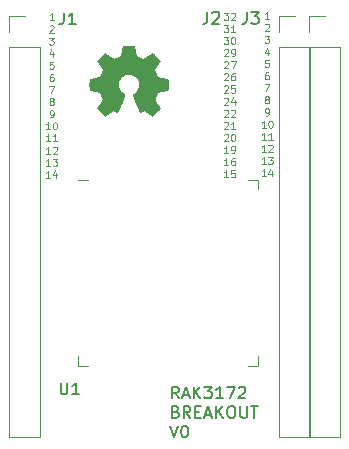
<source format=gbr>
G04 #@! TF.GenerationSoftware,KiCad,Pcbnew,5.1.5+dfsg1-2build2*
G04 #@! TF.CreationDate,2022-03-02T16:10:57-05:00*
G04 #@! TF.ProjectId,RAK3172_BREAKOUT,52414b33-3137-4325-9f42-5245414b4f55,rev?*
G04 #@! TF.SameCoordinates,Original*
G04 #@! TF.FileFunction,Legend,Top*
G04 #@! TF.FilePolarity,Positive*
%FSLAX46Y46*%
G04 Gerber Fmt 4.6, Leading zero omitted, Abs format (unit mm)*
G04 Created by KiCad (PCBNEW 5.1.5+dfsg1-2build2) date 2022-03-02 16:10:57*
%MOMM*%
%LPD*%
G04 APERTURE LIST*
%ADD10C,0.125000*%
%ADD11C,0.150000*%
%ADD12C,0.120000*%
%ADD13C,0.010000*%
G04 APERTURE END LIST*
D10*
X68876605Y-50280848D02*
X69248034Y-50280848D01*
X69048034Y-50509420D01*
X69133748Y-50509420D01*
X69190891Y-50537991D01*
X69219462Y-50566562D01*
X69248034Y-50623705D01*
X69248034Y-50766562D01*
X69219462Y-50823705D01*
X69190891Y-50852277D01*
X69133748Y-50880848D01*
X68962320Y-50880848D01*
X68905177Y-50852277D01*
X68876605Y-50823705D01*
X69476605Y-50337991D02*
X69505177Y-50309420D01*
X69562320Y-50280848D01*
X69705177Y-50280848D01*
X69762320Y-50309420D01*
X69790891Y-50337991D01*
X69819462Y-50395134D01*
X69819462Y-50452277D01*
X69790891Y-50537991D01*
X69448034Y-50880848D01*
X69819462Y-50880848D01*
X68876605Y-51305848D02*
X69248034Y-51305848D01*
X69048034Y-51534420D01*
X69133748Y-51534420D01*
X69190891Y-51562991D01*
X69219462Y-51591562D01*
X69248034Y-51648705D01*
X69248034Y-51791562D01*
X69219462Y-51848705D01*
X69190891Y-51877277D01*
X69133748Y-51905848D01*
X68962320Y-51905848D01*
X68905177Y-51877277D01*
X68876605Y-51848705D01*
X69819462Y-51905848D02*
X69476605Y-51905848D01*
X69648034Y-51905848D02*
X69648034Y-51305848D01*
X69590891Y-51391562D01*
X69533748Y-51448705D01*
X69476605Y-51477277D01*
X68876605Y-52330848D02*
X69248034Y-52330848D01*
X69048034Y-52559420D01*
X69133748Y-52559420D01*
X69190891Y-52587991D01*
X69219462Y-52616562D01*
X69248034Y-52673705D01*
X69248034Y-52816562D01*
X69219462Y-52873705D01*
X69190891Y-52902277D01*
X69133748Y-52930848D01*
X68962320Y-52930848D01*
X68905177Y-52902277D01*
X68876605Y-52873705D01*
X69619462Y-52330848D02*
X69676605Y-52330848D01*
X69733748Y-52359420D01*
X69762320Y-52387991D01*
X69790891Y-52445134D01*
X69819462Y-52559420D01*
X69819462Y-52702277D01*
X69790891Y-52816562D01*
X69762320Y-52873705D01*
X69733748Y-52902277D01*
X69676605Y-52930848D01*
X69619462Y-52930848D01*
X69562320Y-52902277D01*
X69533748Y-52873705D01*
X69505177Y-52816562D01*
X69476605Y-52702277D01*
X69476605Y-52559420D01*
X69505177Y-52445134D01*
X69533748Y-52387991D01*
X69562320Y-52359420D01*
X69619462Y-52330848D01*
X68905177Y-53412991D02*
X68933748Y-53384420D01*
X68990891Y-53355848D01*
X69133748Y-53355848D01*
X69190891Y-53384420D01*
X69219462Y-53412991D01*
X69248034Y-53470134D01*
X69248034Y-53527277D01*
X69219462Y-53612991D01*
X68876605Y-53955848D01*
X69248034Y-53955848D01*
X69533748Y-53955848D02*
X69648034Y-53955848D01*
X69705177Y-53927277D01*
X69733748Y-53898705D01*
X69790891Y-53812991D01*
X69819462Y-53698705D01*
X69819462Y-53470134D01*
X69790891Y-53412991D01*
X69762320Y-53384420D01*
X69705177Y-53355848D01*
X69590891Y-53355848D01*
X69533748Y-53384420D01*
X69505177Y-53412991D01*
X69476605Y-53470134D01*
X69476605Y-53612991D01*
X69505177Y-53670134D01*
X69533748Y-53698705D01*
X69590891Y-53727277D01*
X69705177Y-53727277D01*
X69762320Y-53698705D01*
X69790891Y-53670134D01*
X69819462Y-53612991D01*
X68905177Y-54437991D02*
X68933748Y-54409420D01*
X68990891Y-54380848D01*
X69133748Y-54380848D01*
X69190891Y-54409420D01*
X69219462Y-54437991D01*
X69248034Y-54495134D01*
X69248034Y-54552277D01*
X69219462Y-54637991D01*
X68876605Y-54980848D01*
X69248034Y-54980848D01*
X69448034Y-54380848D02*
X69848034Y-54380848D01*
X69590891Y-54980848D01*
X68905177Y-55462991D02*
X68933748Y-55434420D01*
X68990891Y-55405848D01*
X69133748Y-55405848D01*
X69190891Y-55434420D01*
X69219462Y-55462991D01*
X69248034Y-55520134D01*
X69248034Y-55577277D01*
X69219462Y-55662991D01*
X68876605Y-56005848D01*
X69248034Y-56005848D01*
X69762320Y-55405848D02*
X69648034Y-55405848D01*
X69590891Y-55434420D01*
X69562320Y-55462991D01*
X69505177Y-55548705D01*
X69476605Y-55662991D01*
X69476605Y-55891562D01*
X69505177Y-55948705D01*
X69533748Y-55977277D01*
X69590891Y-56005848D01*
X69705177Y-56005848D01*
X69762320Y-55977277D01*
X69790891Y-55948705D01*
X69819462Y-55891562D01*
X69819462Y-55748705D01*
X69790891Y-55691562D01*
X69762320Y-55662991D01*
X69705177Y-55634420D01*
X69590891Y-55634420D01*
X69533748Y-55662991D01*
X69505177Y-55691562D01*
X69476605Y-55748705D01*
X68905177Y-56487991D02*
X68933748Y-56459420D01*
X68990891Y-56430848D01*
X69133748Y-56430848D01*
X69190891Y-56459420D01*
X69219462Y-56487991D01*
X69248034Y-56545134D01*
X69248034Y-56602277D01*
X69219462Y-56687991D01*
X68876605Y-57030848D01*
X69248034Y-57030848D01*
X69790891Y-56430848D02*
X69505177Y-56430848D01*
X69476605Y-56716562D01*
X69505177Y-56687991D01*
X69562320Y-56659420D01*
X69705177Y-56659420D01*
X69762320Y-56687991D01*
X69790891Y-56716562D01*
X69819462Y-56773705D01*
X69819462Y-56916562D01*
X69790891Y-56973705D01*
X69762320Y-57002277D01*
X69705177Y-57030848D01*
X69562320Y-57030848D01*
X69505177Y-57002277D01*
X69476605Y-56973705D01*
X68905177Y-57512991D02*
X68933748Y-57484420D01*
X68990891Y-57455848D01*
X69133748Y-57455848D01*
X69190891Y-57484420D01*
X69219462Y-57512991D01*
X69248034Y-57570134D01*
X69248034Y-57627277D01*
X69219462Y-57712991D01*
X68876605Y-58055848D01*
X69248034Y-58055848D01*
X69762320Y-57655848D02*
X69762320Y-58055848D01*
X69619462Y-57427277D02*
X69476605Y-57855848D01*
X69848034Y-57855848D01*
X68905177Y-58537991D02*
X68933748Y-58509420D01*
X68990891Y-58480848D01*
X69133748Y-58480848D01*
X69190891Y-58509420D01*
X69219462Y-58537991D01*
X69248034Y-58595134D01*
X69248034Y-58652277D01*
X69219462Y-58737991D01*
X68876605Y-59080848D01*
X69248034Y-59080848D01*
X69476605Y-58537991D02*
X69505177Y-58509420D01*
X69562320Y-58480848D01*
X69705177Y-58480848D01*
X69762320Y-58509420D01*
X69790891Y-58537991D01*
X69819462Y-58595134D01*
X69819462Y-58652277D01*
X69790891Y-58737991D01*
X69448034Y-59080848D01*
X69819462Y-59080848D01*
X68905177Y-59562991D02*
X68933748Y-59534420D01*
X68990891Y-59505848D01*
X69133748Y-59505848D01*
X69190891Y-59534420D01*
X69219462Y-59562991D01*
X69248034Y-59620134D01*
X69248034Y-59677277D01*
X69219462Y-59762991D01*
X68876605Y-60105848D01*
X69248034Y-60105848D01*
X69819462Y-60105848D02*
X69476605Y-60105848D01*
X69648034Y-60105848D02*
X69648034Y-59505848D01*
X69590891Y-59591562D01*
X69533748Y-59648705D01*
X69476605Y-59677277D01*
X68905177Y-60587991D02*
X68933748Y-60559420D01*
X68990891Y-60530848D01*
X69133748Y-60530848D01*
X69190891Y-60559420D01*
X69219462Y-60587991D01*
X69248034Y-60645134D01*
X69248034Y-60702277D01*
X69219462Y-60787991D01*
X68876605Y-61130848D01*
X69248034Y-61130848D01*
X69619462Y-60530848D02*
X69676605Y-60530848D01*
X69733748Y-60559420D01*
X69762320Y-60587991D01*
X69790891Y-60645134D01*
X69819462Y-60759420D01*
X69819462Y-60902277D01*
X69790891Y-61016562D01*
X69762320Y-61073705D01*
X69733748Y-61102277D01*
X69676605Y-61130848D01*
X69619462Y-61130848D01*
X69562320Y-61102277D01*
X69533748Y-61073705D01*
X69505177Y-61016562D01*
X69476605Y-60902277D01*
X69476605Y-60759420D01*
X69505177Y-60645134D01*
X69533748Y-60587991D01*
X69562320Y-60559420D01*
X69619462Y-60530848D01*
X69248034Y-62155848D02*
X68905177Y-62155848D01*
X69076605Y-62155848D02*
X69076605Y-61555848D01*
X69019462Y-61641562D01*
X68962320Y-61698705D01*
X68905177Y-61727277D01*
X69533748Y-62155848D02*
X69648034Y-62155848D01*
X69705177Y-62127277D01*
X69733748Y-62098705D01*
X69790891Y-62012991D01*
X69819462Y-61898705D01*
X69819462Y-61670134D01*
X69790891Y-61612991D01*
X69762320Y-61584420D01*
X69705177Y-61555848D01*
X69590891Y-61555848D01*
X69533748Y-61584420D01*
X69505177Y-61612991D01*
X69476605Y-61670134D01*
X69476605Y-61812991D01*
X69505177Y-61870134D01*
X69533748Y-61898705D01*
X69590891Y-61927277D01*
X69705177Y-61927277D01*
X69762320Y-61898705D01*
X69790891Y-61870134D01*
X69819462Y-61812991D01*
X69248034Y-63180848D02*
X68905177Y-63180848D01*
X69076605Y-63180848D02*
X69076605Y-62580848D01*
X69019462Y-62666562D01*
X68962320Y-62723705D01*
X68905177Y-62752277D01*
X69762320Y-62580848D02*
X69648034Y-62580848D01*
X69590891Y-62609420D01*
X69562320Y-62637991D01*
X69505177Y-62723705D01*
X69476605Y-62837991D01*
X69476605Y-63066562D01*
X69505177Y-63123705D01*
X69533748Y-63152277D01*
X69590891Y-63180848D01*
X69705177Y-63180848D01*
X69762320Y-63152277D01*
X69790891Y-63123705D01*
X69819462Y-63066562D01*
X69819462Y-62923705D01*
X69790891Y-62866562D01*
X69762320Y-62837991D01*
X69705177Y-62809420D01*
X69590891Y-62809420D01*
X69533748Y-62837991D01*
X69505177Y-62866562D01*
X69476605Y-62923705D01*
X69248034Y-64205848D02*
X68905177Y-64205848D01*
X69076605Y-64205848D02*
X69076605Y-63605848D01*
X69019462Y-63691562D01*
X68962320Y-63748705D01*
X68905177Y-63777277D01*
X69790891Y-63605848D02*
X69505177Y-63605848D01*
X69476605Y-63891562D01*
X69505177Y-63862991D01*
X69562320Y-63834420D01*
X69705177Y-63834420D01*
X69762320Y-63862991D01*
X69790891Y-63891562D01*
X69819462Y-63948705D01*
X69819462Y-64091562D01*
X69790891Y-64148705D01*
X69762320Y-64177277D01*
X69705177Y-64205848D01*
X69562320Y-64205848D01*
X69505177Y-64177277D01*
X69476605Y-64148705D01*
X54446148Y-50926568D02*
X54103291Y-50926568D01*
X54274720Y-50926568D02*
X54274720Y-50326568D01*
X54217577Y-50412282D01*
X54160434Y-50469425D01*
X54103291Y-50497997D01*
X54103291Y-51408711D02*
X54131862Y-51380140D01*
X54189005Y-51351568D01*
X54331862Y-51351568D01*
X54389005Y-51380140D01*
X54417577Y-51408711D01*
X54446148Y-51465854D01*
X54446148Y-51522997D01*
X54417577Y-51608711D01*
X54074720Y-51951568D01*
X54446148Y-51951568D01*
X54074720Y-52376568D02*
X54446148Y-52376568D01*
X54246148Y-52605140D01*
X54331862Y-52605140D01*
X54389005Y-52633711D01*
X54417577Y-52662282D01*
X54446148Y-52719425D01*
X54446148Y-52862282D01*
X54417577Y-52919425D01*
X54389005Y-52947997D01*
X54331862Y-52976568D01*
X54160434Y-52976568D01*
X54103291Y-52947997D01*
X54074720Y-52919425D01*
X54389005Y-53601568D02*
X54389005Y-54001568D01*
X54246148Y-53372997D02*
X54103291Y-53801568D01*
X54474720Y-53801568D01*
X54417577Y-54426568D02*
X54131862Y-54426568D01*
X54103291Y-54712282D01*
X54131862Y-54683711D01*
X54189005Y-54655140D01*
X54331862Y-54655140D01*
X54389005Y-54683711D01*
X54417577Y-54712282D01*
X54446148Y-54769425D01*
X54446148Y-54912282D01*
X54417577Y-54969425D01*
X54389005Y-54997997D01*
X54331862Y-55026568D01*
X54189005Y-55026568D01*
X54131862Y-54997997D01*
X54103291Y-54969425D01*
X54389005Y-55451568D02*
X54274720Y-55451568D01*
X54217577Y-55480140D01*
X54189005Y-55508711D01*
X54131862Y-55594425D01*
X54103291Y-55708711D01*
X54103291Y-55937282D01*
X54131862Y-55994425D01*
X54160434Y-56022997D01*
X54217577Y-56051568D01*
X54331862Y-56051568D01*
X54389005Y-56022997D01*
X54417577Y-55994425D01*
X54446148Y-55937282D01*
X54446148Y-55794425D01*
X54417577Y-55737282D01*
X54389005Y-55708711D01*
X54331862Y-55680140D01*
X54217577Y-55680140D01*
X54160434Y-55708711D01*
X54131862Y-55737282D01*
X54103291Y-55794425D01*
X54074720Y-56476568D02*
X54474720Y-56476568D01*
X54217577Y-57076568D01*
X54217577Y-57758711D02*
X54160434Y-57730140D01*
X54131862Y-57701568D01*
X54103291Y-57644425D01*
X54103291Y-57615854D01*
X54131862Y-57558711D01*
X54160434Y-57530140D01*
X54217577Y-57501568D01*
X54331862Y-57501568D01*
X54389005Y-57530140D01*
X54417577Y-57558711D01*
X54446148Y-57615854D01*
X54446148Y-57644425D01*
X54417577Y-57701568D01*
X54389005Y-57730140D01*
X54331862Y-57758711D01*
X54217577Y-57758711D01*
X54160434Y-57787282D01*
X54131862Y-57815854D01*
X54103291Y-57872997D01*
X54103291Y-57987282D01*
X54131862Y-58044425D01*
X54160434Y-58072997D01*
X54217577Y-58101568D01*
X54331862Y-58101568D01*
X54389005Y-58072997D01*
X54417577Y-58044425D01*
X54446148Y-57987282D01*
X54446148Y-57872997D01*
X54417577Y-57815854D01*
X54389005Y-57787282D01*
X54331862Y-57758711D01*
X54160434Y-59126568D02*
X54274720Y-59126568D01*
X54331862Y-59097997D01*
X54360434Y-59069425D01*
X54417577Y-58983711D01*
X54446148Y-58869425D01*
X54446148Y-58640854D01*
X54417577Y-58583711D01*
X54389005Y-58555140D01*
X54331862Y-58526568D01*
X54217577Y-58526568D01*
X54160434Y-58555140D01*
X54131862Y-58583711D01*
X54103291Y-58640854D01*
X54103291Y-58783711D01*
X54131862Y-58840854D01*
X54160434Y-58869425D01*
X54217577Y-58897997D01*
X54331862Y-58897997D01*
X54389005Y-58869425D01*
X54417577Y-58840854D01*
X54446148Y-58783711D01*
X54160434Y-60151568D02*
X53817577Y-60151568D01*
X53989005Y-60151568D02*
X53989005Y-59551568D01*
X53931862Y-59637282D01*
X53874720Y-59694425D01*
X53817577Y-59722997D01*
X54531862Y-59551568D02*
X54589005Y-59551568D01*
X54646148Y-59580140D01*
X54674720Y-59608711D01*
X54703291Y-59665854D01*
X54731862Y-59780140D01*
X54731862Y-59922997D01*
X54703291Y-60037282D01*
X54674720Y-60094425D01*
X54646148Y-60122997D01*
X54589005Y-60151568D01*
X54531862Y-60151568D01*
X54474720Y-60122997D01*
X54446148Y-60094425D01*
X54417577Y-60037282D01*
X54389005Y-59922997D01*
X54389005Y-59780140D01*
X54417577Y-59665854D01*
X54446148Y-59608711D01*
X54474720Y-59580140D01*
X54531862Y-59551568D01*
X54160434Y-61176568D02*
X53817577Y-61176568D01*
X53989005Y-61176568D02*
X53989005Y-60576568D01*
X53931862Y-60662282D01*
X53874720Y-60719425D01*
X53817577Y-60747997D01*
X54731862Y-61176568D02*
X54389005Y-61176568D01*
X54560434Y-61176568D02*
X54560434Y-60576568D01*
X54503291Y-60662282D01*
X54446148Y-60719425D01*
X54389005Y-60747997D01*
X54160434Y-62201568D02*
X53817577Y-62201568D01*
X53989005Y-62201568D02*
X53989005Y-61601568D01*
X53931862Y-61687282D01*
X53874720Y-61744425D01*
X53817577Y-61772997D01*
X54389005Y-61658711D02*
X54417577Y-61630140D01*
X54474720Y-61601568D01*
X54617577Y-61601568D01*
X54674720Y-61630140D01*
X54703291Y-61658711D01*
X54731862Y-61715854D01*
X54731862Y-61772997D01*
X54703291Y-61858711D01*
X54360434Y-62201568D01*
X54731862Y-62201568D01*
X54160434Y-63226568D02*
X53817577Y-63226568D01*
X53989005Y-63226568D02*
X53989005Y-62626568D01*
X53931862Y-62712282D01*
X53874720Y-62769425D01*
X53817577Y-62797997D01*
X54360434Y-62626568D02*
X54731862Y-62626568D01*
X54531862Y-62855140D01*
X54617577Y-62855140D01*
X54674720Y-62883711D01*
X54703291Y-62912282D01*
X54731862Y-62969425D01*
X54731862Y-63112282D01*
X54703291Y-63169425D01*
X54674720Y-63197997D01*
X54617577Y-63226568D01*
X54446148Y-63226568D01*
X54389005Y-63197997D01*
X54360434Y-63169425D01*
X54160434Y-64251568D02*
X53817577Y-64251568D01*
X53989005Y-64251568D02*
X53989005Y-63651568D01*
X53931862Y-63737282D01*
X53874720Y-63794425D01*
X53817577Y-63822997D01*
X54674720Y-63851568D02*
X54674720Y-64251568D01*
X54531862Y-63622997D02*
X54389005Y-64051568D01*
X54760434Y-64051568D01*
X72693508Y-50779248D02*
X72350651Y-50779248D01*
X72522080Y-50779248D02*
X72522080Y-50179248D01*
X72464937Y-50264962D01*
X72407794Y-50322105D01*
X72350651Y-50350677D01*
X72350651Y-51261391D02*
X72379222Y-51232820D01*
X72436365Y-51204248D01*
X72579222Y-51204248D01*
X72636365Y-51232820D01*
X72664937Y-51261391D01*
X72693508Y-51318534D01*
X72693508Y-51375677D01*
X72664937Y-51461391D01*
X72322080Y-51804248D01*
X72693508Y-51804248D01*
X72322080Y-52229248D02*
X72693508Y-52229248D01*
X72493508Y-52457820D01*
X72579222Y-52457820D01*
X72636365Y-52486391D01*
X72664937Y-52514962D01*
X72693508Y-52572105D01*
X72693508Y-52714962D01*
X72664937Y-52772105D01*
X72636365Y-52800677D01*
X72579222Y-52829248D01*
X72407794Y-52829248D01*
X72350651Y-52800677D01*
X72322080Y-52772105D01*
X72636365Y-53454248D02*
X72636365Y-53854248D01*
X72493508Y-53225677D02*
X72350651Y-53654248D01*
X72722080Y-53654248D01*
X72664937Y-54279248D02*
X72379222Y-54279248D01*
X72350651Y-54564962D01*
X72379222Y-54536391D01*
X72436365Y-54507820D01*
X72579222Y-54507820D01*
X72636365Y-54536391D01*
X72664937Y-54564962D01*
X72693508Y-54622105D01*
X72693508Y-54764962D01*
X72664937Y-54822105D01*
X72636365Y-54850677D01*
X72579222Y-54879248D01*
X72436365Y-54879248D01*
X72379222Y-54850677D01*
X72350651Y-54822105D01*
X72636365Y-55304248D02*
X72522080Y-55304248D01*
X72464937Y-55332820D01*
X72436365Y-55361391D01*
X72379222Y-55447105D01*
X72350651Y-55561391D01*
X72350651Y-55789962D01*
X72379222Y-55847105D01*
X72407794Y-55875677D01*
X72464937Y-55904248D01*
X72579222Y-55904248D01*
X72636365Y-55875677D01*
X72664937Y-55847105D01*
X72693508Y-55789962D01*
X72693508Y-55647105D01*
X72664937Y-55589962D01*
X72636365Y-55561391D01*
X72579222Y-55532820D01*
X72464937Y-55532820D01*
X72407794Y-55561391D01*
X72379222Y-55589962D01*
X72350651Y-55647105D01*
X72322080Y-56329248D02*
X72722080Y-56329248D01*
X72464937Y-56929248D01*
X72464937Y-57611391D02*
X72407794Y-57582820D01*
X72379222Y-57554248D01*
X72350651Y-57497105D01*
X72350651Y-57468534D01*
X72379222Y-57411391D01*
X72407794Y-57382820D01*
X72464937Y-57354248D01*
X72579222Y-57354248D01*
X72636365Y-57382820D01*
X72664937Y-57411391D01*
X72693508Y-57468534D01*
X72693508Y-57497105D01*
X72664937Y-57554248D01*
X72636365Y-57582820D01*
X72579222Y-57611391D01*
X72464937Y-57611391D01*
X72407794Y-57639962D01*
X72379222Y-57668534D01*
X72350651Y-57725677D01*
X72350651Y-57839962D01*
X72379222Y-57897105D01*
X72407794Y-57925677D01*
X72464937Y-57954248D01*
X72579222Y-57954248D01*
X72636365Y-57925677D01*
X72664937Y-57897105D01*
X72693508Y-57839962D01*
X72693508Y-57725677D01*
X72664937Y-57668534D01*
X72636365Y-57639962D01*
X72579222Y-57611391D01*
X72407794Y-58979248D02*
X72522080Y-58979248D01*
X72579222Y-58950677D01*
X72607794Y-58922105D01*
X72664937Y-58836391D01*
X72693508Y-58722105D01*
X72693508Y-58493534D01*
X72664937Y-58436391D01*
X72636365Y-58407820D01*
X72579222Y-58379248D01*
X72464937Y-58379248D01*
X72407794Y-58407820D01*
X72379222Y-58436391D01*
X72350651Y-58493534D01*
X72350651Y-58636391D01*
X72379222Y-58693534D01*
X72407794Y-58722105D01*
X72464937Y-58750677D01*
X72579222Y-58750677D01*
X72636365Y-58722105D01*
X72664937Y-58693534D01*
X72693508Y-58636391D01*
X72407794Y-60004248D02*
X72064937Y-60004248D01*
X72236365Y-60004248D02*
X72236365Y-59404248D01*
X72179222Y-59489962D01*
X72122080Y-59547105D01*
X72064937Y-59575677D01*
X72779222Y-59404248D02*
X72836365Y-59404248D01*
X72893508Y-59432820D01*
X72922080Y-59461391D01*
X72950651Y-59518534D01*
X72979222Y-59632820D01*
X72979222Y-59775677D01*
X72950651Y-59889962D01*
X72922080Y-59947105D01*
X72893508Y-59975677D01*
X72836365Y-60004248D01*
X72779222Y-60004248D01*
X72722080Y-59975677D01*
X72693508Y-59947105D01*
X72664937Y-59889962D01*
X72636365Y-59775677D01*
X72636365Y-59632820D01*
X72664937Y-59518534D01*
X72693508Y-59461391D01*
X72722080Y-59432820D01*
X72779222Y-59404248D01*
X72407794Y-61029248D02*
X72064937Y-61029248D01*
X72236365Y-61029248D02*
X72236365Y-60429248D01*
X72179222Y-60514962D01*
X72122080Y-60572105D01*
X72064937Y-60600677D01*
X72979222Y-61029248D02*
X72636365Y-61029248D01*
X72807794Y-61029248D02*
X72807794Y-60429248D01*
X72750651Y-60514962D01*
X72693508Y-60572105D01*
X72636365Y-60600677D01*
X72407794Y-62054248D02*
X72064937Y-62054248D01*
X72236365Y-62054248D02*
X72236365Y-61454248D01*
X72179222Y-61539962D01*
X72122080Y-61597105D01*
X72064937Y-61625677D01*
X72636365Y-61511391D02*
X72664937Y-61482820D01*
X72722080Y-61454248D01*
X72864937Y-61454248D01*
X72922080Y-61482820D01*
X72950651Y-61511391D01*
X72979222Y-61568534D01*
X72979222Y-61625677D01*
X72950651Y-61711391D01*
X72607794Y-62054248D01*
X72979222Y-62054248D01*
X72407794Y-63079248D02*
X72064937Y-63079248D01*
X72236365Y-63079248D02*
X72236365Y-62479248D01*
X72179222Y-62564962D01*
X72122080Y-62622105D01*
X72064937Y-62650677D01*
X72607794Y-62479248D02*
X72979222Y-62479248D01*
X72779222Y-62707820D01*
X72864937Y-62707820D01*
X72922080Y-62736391D01*
X72950651Y-62764962D01*
X72979222Y-62822105D01*
X72979222Y-62964962D01*
X72950651Y-63022105D01*
X72922080Y-63050677D01*
X72864937Y-63079248D01*
X72693508Y-63079248D01*
X72636365Y-63050677D01*
X72607794Y-63022105D01*
X72407794Y-64104248D02*
X72064937Y-64104248D01*
X72236365Y-64104248D02*
X72236365Y-63504248D01*
X72179222Y-63589962D01*
X72122080Y-63647105D01*
X72064937Y-63675677D01*
X72922080Y-63704248D02*
X72922080Y-64104248D01*
X72779222Y-63475677D02*
X72636365Y-63904248D01*
X73007794Y-63904248D01*
D11*
X65021703Y-82932260D02*
X64688370Y-82456070D01*
X64450275Y-82932260D02*
X64450275Y-81932260D01*
X64831227Y-81932260D01*
X64926465Y-81979880D01*
X64974084Y-82027499D01*
X65021703Y-82122737D01*
X65021703Y-82265594D01*
X64974084Y-82360832D01*
X64926465Y-82408451D01*
X64831227Y-82456070D01*
X64450275Y-82456070D01*
X65402656Y-82646546D02*
X65878846Y-82646546D01*
X65307418Y-82932260D02*
X65640751Y-81932260D01*
X65974084Y-82932260D01*
X66307418Y-82932260D02*
X66307418Y-81932260D01*
X66878846Y-82932260D02*
X66450275Y-82360832D01*
X66878846Y-81932260D02*
X66307418Y-82503689D01*
X67212180Y-81932260D02*
X67831227Y-81932260D01*
X67497894Y-82313213D01*
X67640751Y-82313213D01*
X67735989Y-82360832D01*
X67783608Y-82408451D01*
X67831227Y-82503689D01*
X67831227Y-82741784D01*
X67783608Y-82837022D01*
X67735989Y-82884641D01*
X67640751Y-82932260D01*
X67355037Y-82932260D01*
X67259799Y-82884641D01*
X67212180Y-82837022D01*
X68783608Y-82932260D02*
X68212180Y-82932260D01*
X68497894Y-82932260D02*
X68497894Y-81932260D01*
X68402656Y-82075118D01*
X68307418Y-82170356D01*
X68212180Y-82217975D01*
X69116941Y-81932260D02*
X69783608Y-81932260D01*
X69355037Y-82932260D01*
X70116941Y-82027499D02*
X70164560Y-81979880D01*
X70259799Y-81932260D01*
X70497894Y-81932260D01*
X70593132Y-81979880D01*
X70640751Y-82027499D01*
X70688370Y-82122737D01*
X70688370Y-82217975D01*
X70640751Y-82360832D01*
X70069322Y-82932260D01*
X70688370Y-82932260D01*
X64783608Y-84058451D02*
X64926465Y-84106070D01*
X64974084Y-84153689D01*
X65021703Y-84248927D01*
X65021703Y-84391784D01*
X64974084Y-84487022D01*
X64926465Y-84534641D01*
X64831227Y-84582260D01*
X64450275Y-84582260D01*
X64450275Y-83582260D01*
X64783608Y-83582260D01*
X64878846Y-83629880D01*
X64926465Y-83677499D01*
X64974084Y-83772737D01*
X64974084Y-83867975D01*
X64926465Y-83963213D01*
X64878846Y-84010832D01*
X64783608Y-84058451D01*
X64450275Y-84058451D01*
X66021703Y-84582260D02*
X65688370Y-84106070D01*
X65450275Y-84582260D02*
X65450275Y-83582260D01*
X65831227Y-83582260D01*
X65926465Y-83629880D01*
X65974084Y-83677499D01*
X66021703Y-83772737D01*
X66021703Y-83915594D01*
X65974084Y-84010832D01*
X65926465Y-84058451D01*
X65831227Y-84106070D01*
X65450275Y-84106070D01*
X66450275Y-84058451D02*
X66783608Y-84058451D01*
X66926465Y-84582260D02*
X66450275Y-84582260D01*
X66450275Y-83582260D01*
X66926465Y-83582260D01*
X67307418Y-84296546D02*
X67783608Y-84296546D01*
X67212180Y-84582260D02*
X67545513Y-83582260D01*
X67878846Y-84582260D01*
X68212180Y-84582260D02*
X68212180Y-83582260D01*
X68783608Y-84582260D02*
X68355037Y-84010832D01*
X68783608Y-83582260D02*
X68212180Y-84153689D01*
X69402656Y-83582260D02*
X69593132Y-83582260D01*
X69688370Y-83629880D01*
X69783608Y-83725118D01*
X69831227Y-83915594D01*
X69831227Y-84248927D01*
X69783608Y-84439403D01*
X69688370Y-84534641D01*
X69593132Y-84582260D01*
X69402656Y-84582260D01*
X69307418Y-84534641D01*
X69212180Y-84439403D01*
X69164560Y-84248927D01*
X69164560Y-83915594D01*
X69212180Y-83725118D01*
X69307418Y-83629880D01*
X69402656Y-83582260D01*
X70259799Y-83582260D02*
X70259799Y-84391784D01*
X70307418Y-84487022D01*
X70355037Y-84534641D01*
X70450275Y-84582260D01*
X70640751Y-84582260D01*
X70735989Y-84534641D01*
X70783608Y-84487022D01*
X70831227Y-84391784D01*
X70831227Y-83582260D01*
X71164560Y-83582260D02*
X71735989Y-83582260D01*
X71450275Y-84582260D02*
X71450275Y-83582260D01*
X64307418Y-85232260D02*
X64640751Y-86232260D01*
X64974084Y-85232260D01*
X65497894Y-85232260D02*
X65593132Y-85232260D01*
X65688370Y-85279880D01*
X65735989Y-85327499D01*
X65783608Y-85422737D01*
X65831227Y-85613213D01*
X65831227Y-85851308D01*
X65783608Y-86041784D01*
X65735989Y-86137022D01*
X65688370Y-86184641D01*
X65593132Y-86232260D01*
X65497894Y-86232260D01*
X65402656Y-86184641D01*
X65355037Y-86137022D01*
X65307418Y-86041784D01*
X65259799Y-85851308D01*
X65259799Y-85613213D01*
X65307418Y-85422737D01*
X65355037Y-85327499D01*
X65402656Y-85279880D01*
X65497894Y-85232260D01*
D12*
X56510000Y-64410000D02*
X57330000Y-64410000D01*
X71750000Y-65230000D02*
X71750000Y-64410000D01*
X71750000Y-64410000D02*
X70930000Y-64410000D01*
X56510000Y-79330000D02*
X56510000Y-80150000D01*
X57330000Y-80150000D02*
X56510000Y-80150000D01*
X71750000Y-79330000D02*
X71750000Y-80150000D01*
X70930000Y-80150000D02*
X71750000Y-80150000D01*
X76070000Y-50540000D02*
X77400000Y-50540000D01*
X76070000Y-51870000D02*
X76070000Y-50540000D01*
X76070000Y-53140000D02*
X78730000Y-53140000D01*
X78730000Y-53140000D02*
X78730000Y-86220000D01*
X76070000Y-53140000D02*
X76070000Y-86220000D01*
X76070000Y-86220000D02*
X78730000Y-86220000D01*
X73530000Y-50540000D02*
X74860000Y-50540000D01*
X73530000Y-51870000D02*
X73530000Y-50540000D01*
X73530000Y-53140000D02*
X76190000Y-53140000D01*
X76190000Y-53140000D02*
X76190000Y-86220000D01*
X73530000Y-53140000D02*
X73530000Y-86220000D01*
X73530000Y-86220000D02*
X76190000Y-86220000D01*
X50670000Y-50540000D02*
X52000000Y-50540000D01*
X50670000Y-51870000D02*
X50670000Y-50540000D01*
X50670000Y-53140000D02*
X53330000Y-53140000D01*
X53330000Y-53140000D02*
X53330000Y-86220000D01*
X50670000Y-53140000D02*
X50670000Y-86220000D01*
X50670000Y-86220000D02*
X53330000Y-86220000D01*
D13*
G36*
X61338014Y-53506411D02*
G01*
X61421835Y-53951035D01*
X61731120Y-54078533D01*
X62040406Y-54206031D01*
X62411446Y-53953726D01*
X62515357Y-53883476D01*
X62609287Y-53820752D01*
X62688852Y-53768418D01*
X62749670Y-53729337D01*
X62787357Y-53706373D01*
X62797621Y-53701422D01*
X62816110Y-53714156D01*
X62855620Y-53749362D01*
X62911722Y-53802542D01*
X62979987Y-53869198D01*
X63055986Y-53944834D01*
X63135292Y-54024952D01*
X63213475Y-54105054D01*
X63286107Y-54180644D01*
X63348759Y-54247225D01*
X63397003Y-54300298D01*
X63426410Y-54335367D01*
X63433441Y-54347103D01*
X63423323Y-54368740D01*
X63394959Y-54416142D01*
X63351329Y-54484673D01*
X63295418Y-54569695D01*
X63230206Y-54666573D01*
X63192419Y-54721830D01*
X63123543Y-54822728D01*
X63062340Y-54913779D01*
X63011778Y-54990450D01*
X62974828Y-55048208D01*
X62954458Y-55082523D01*
X62951397Y-55089734D01*
X62958336Y-55110228D01*
X62977251Y-55157993D01*
X63005287Y-55226312D01*
X63039591Y-55308469D01*
X63077309Y-55397750D01*
X63115587Y-55487438D01*
X63151570Y-55570818D01*
X63182406Y-55641174D01*
X63205239Y-55691790D01*
X63217217Y-55715951D01*
X63217924Y-55716902D01*
X63236731Y-55721516D01*
X63286818Y-55731808D01*
X63362993Y-55746767D01*
X63460065Y-55765381D01*
X63572843Y-55786639D01*
X63638642Y-55798898D01*
X63759150Y-55821842D01*
X63867997Y-55843675D01*
X63959676Y-55863202D01*
X64028681Y-55879228D01*
X64069504Y-55890559D01*
X64077711Y-55894154D01*
X64085748Y-55918486D01*
X64092233Y-55973439D01*
X64097170Y-56052588D01*
X64100564Y-56149506D01*
X64102418Y-56257767D01*
X64102738Y-56370945D01*
X64101527Y-56482615D01*
X64098790Y-56586348D01*
X64094531Y-56675721D01*
X64088755Y-56744306D01*
X64081467Y-56785677D01*
X64077095Y-56794290D01*
X64050964Y-56804613D01*
X63995593Y-56819372D01*
X63918307Y-56836832D01*
X63826430Y-56855260D01*
X63794358Y-56861221D01*
X63639724Y-56889546D01*
X63517575Y-56912356D01*
X63423873Y-56930560D01*
X63354584Y-56945063D01*
X63305671Y-56956772D01*
X63273097Y-56966595D01*
X63252828Y-56975436D01*
X63240826Y-56984204D01*
X63239147Y-56985937D01*
X63222384Y-57013851D01*
X63196814Y-57068175D01*
X63164988Y-57142257D01*
X63129460Y-57229445D01*
X63092783Y-57323088D01*
X63057511Y-57416532D01*
X63026196Y-57503127D01*
X63001393Y-57576220D01*
X62985654Y-57629158D01*
X62981532Y-57655291D01*
X62981876Y-57656206D01*
X62995841Y-57677566D01*
X63027522Y-57724564D01*
X63073591Y-57792307D01*
X63130718Y-57875903D01*
X63195573Y-57970462D01*
X63214043Y-57997334D01*
X63279899Y-58094755D01*
X63337850Y-58183643D01*
X63384738Y-58258892D01*
X63417407Y-58315400D01*
X63432700Y-58348061D01*
X63433441Y-58352073D01*
X63420592Y-58373164D01*
X63385088Y-58414944D01*
X63331493Y-58472925D01*
X63264371Y-58542615D01*
X63188287Y-58619525D01*
X63107804Y-58699163D01*
X63027487Y-58777041D01*
X62951899Y-58848666D01*
X62885605Y-58909550D01*
X62833169Y-58955201D01*
X62799155Y-58981130D01*
X62789745Y-58985363D01*
X62767843Y-58975392D01*
X62723000Y-58948500D01*
X62662521Y-58909216D01*
X62615989Y-58877597D01*
X62531675Y-58819578D01*
X62431826Y-58751264D01*
X62331673Y-58683059D01*
X62277827Y-58646555D01*
X62095571Y-58523280D01*
X61942581Y-58606000D01*
X61872882Y-58642239D01*
X61813614Y-58670406D01*
X61773511Y-58686471D01*
X61763303Y-58688706D01*
X61751029Y-58672202D01*
X61726813Y-58625562D01*
X61692463Y-58553089D01*
X61649788Y-58459086D01*
X61600594Y-58347854D01*
X61546690Y-58223695D01*
X61489884Y-58090912D01*
X61431982Y-57953807D01*
X61374793Y-57816682D01*
X61320124Y-57683838D01*
X61269784Y-57559578D01*
X61225580Y-57448205D01*
X61189319Y-57354019D01*
X61162809Y-57281324D01*
X61147858Y-57234421D01*
X61145454Y-57218313D01*
X61164511Y-57197766D01*
X61206236Y-57164413D01*
X61261906Y-57125182D01*
X61266578Y-57122079D01*
X61410464Y-57006903D01*
X61526483Y-56872533D01*
X61613630Y-56723264D01*
X61670899Y-56563393D01*
X61697286Y-56397217D01*
X61691785Y-56229032D01*
X61653390Y-56063135D01*
X61581095Y-55903822D01*
X61559826Y-55868967D01*
X61449196Y-55728217D01*
X61318502Y-55615194D01*
X61172264Y-55530483D01*
X61015008Y-55474674D01*
X60851257Y-55448354D01*
X60685533Y-55452110D01*
X60522362Y-55486530D01*
X60366265Y-55552203D01*
X60221767Y-55649715D01*
X60177069Y-55689293D01*
X60063312Y-55813183D01*
X59980418Y-55943604D01*
X59923556Y-56089795D01*
X59891887Y-56234568D01*
X59884069Y-56397340D01*
X59910138Y-56560920D01*
X59967445Y-56719778D01*
X60053344Y-56868386D01*
X60165186Y-57001215D01*
X60300323Y-57112736D01*
X60318083Y-57124491D01*
X60374350Y-57162988D01*
X60417123Y-57196343D01*
X60437572Y-57217640D01*
X60437869Y-57218313D01*
X60433479Y-57241351D01*
X60416076Y-57293637D01*
X60387468Y-57370870D01*
X60349465Y-57468748D01*
X60303874Y-57582971D01*
X60252503Y-57709238D01*
X60197162Y-57843247D01*
X60139658Y-57980698D01*
X60081801Y-58117288D01*
X60025398Y-58248717D01*
X59972258Y-58370685D01*
X59924190Y-58478889D01*
X59883001Y-58569029D01*
X59850501Y-58636803D01*
X59828497Y-58677910D01*
X59819636Y-58688706D01*
X59792560Y-58680299D01*
X59741897Y-58657752D01*
X59676383Y-58625093D01*
X59640359Y-58606000D01*
X59487368Y-58523280D01*
X59305112Y-58646555D01*
X59212075Y-58709708D01*
X59110215Y-58779207D01*
X59014762Y-58844645D01*
X58966950Y-58877597D01*
X58899705Y-58922753D01*
X58842764Y-58958537D01*
X58803554Y-58980418D01*
X58790819Y-58985043D01*
X58772283Y-58972565D01*
X58731259Y-58937732D01*
X58671725Y-58884158D01*
X58597658Y-58815463D01*
X58513035Y-58735261D01*
X58459515Y-58683766D01*
X58365881Y-58591766D01*
X58284959Y-58509479D01*
X58220023Y-58440425D01*
X58174342Y-58388124D01*
X58151189Y-58356096D01*
X58148968Y-58349596D01*
X58159276Y-58324874D01*
X58187761Y-58274885D01*
X58231263Y-58204692D01*
X58286623Y-58119355D01*
X58350680Y-58023936D01*
X58368897Y-57997334D01*
X58435273Y-57900647D01*
X58494822Y-57813597D01*
X58544216Y-57741075D01*
X58580125Y-57687973D01*
X58599219Y-57659183D01*
X58601064Y-57656206D01*
X58598305Y-57633262D01*
X58583662Y-57582816D01*
X58559687Y-57511521D01*
X58528934Y-57426027D01*
X58493956Y-57332987D01*
X58457307Y-57239054D01*
X58421539Y-57150879D01*
X58389206Y-57075114D01*
X58362862Y-57018411D01*
X58345058Y-56987423D01*
X58343793Y-56985937D01*
X58332906Y-56977081D01*
X58314518Y-56968323D01*
X58284594Y-56958757D01*
X58239097Y-56947476D01*
X58173991Y-56933573D01*
X58085239Y-56916143D01*
X57968807Y-56894278D01*
X57820658Y-56867071D01*
X57788582Y-56861221D01*
X57693514Y-56842854D01*
X57610635Y-56824885D01*
X57547270Y-56809049D01*
X57510742Y-56797080D01*
X57505844Y-56794290D01*
X57497773Y-56769552D01*
X57491213Y-56714270D01*
X57486167Y-56634869D01*
X57482641Y-56537776D01*
X57480639Y-56429418D01*
X57480164Y-56316220D01*
X57481223Y-56204608D01*
X57483818Y-56101009D01*
X57487954Y-56011848D01*
X57493637Y-55943552D01*
X57500869Y-55902546D01*
X57505229Y-55894154D01*
X57529502Y-55885688D01*
X57584774Y-55871915D01*
X57665538Y-55854030D01*
X57766288Y-55833228D01*
X57881517Y-55810703D01*
X57944298Y-55798898D01*
X58063413Y-55776631D01*
X58169635Y-55756459D01*
X58257773Y-55739395D01*
X58322634Y-55726449D01*
X58359026Y-55718635D01*
X58365016Y-55716902D01*
X58375139Y-55697370D01*
X58396538Y-55650323D01*
X58426361Y-55582483D01*
X58461755Y-55500571D01*
X58499868Y-55411308D01*
X58537847Y-55321415D01*
X58572840Y-55237615D01*
X58601994Y-55166627D01*
X58622457Y-55115174D01*
X58631377Y-55089977D01*
X58631543Y-55088876D01*
X58621431Y-55068999D01*
X58593083Y-55023257D01*
X58549477Y-54956197D01*
X58493594Y-54872364D01*
X58428413Y-54776306D01*
X58390521Y-54721130D01*
X58321475Y-54619961D01*
X58260150Y-54528110D01*
X58209537Y-54450224D01*
X58172629Y-54390949D01*
X58152418Y-54354931D01*
X58149499Y-54346857D01*
X58162047Y-54328064D01*
X58196737Y-54287937D01*
X58249137Y-54230973D01*
X58314816Y-54161665D01*
X58389344Y-54084511D01*
X58468287Y-54004005D01*
X58547217Y-53924643D01*
X58621700Y-53850920D01*
X58687306Y-53787332D01*
X58739604Y-53738374D01*
X58774161Y-53708541D01*
X58785722Y-53701422D01*
X58804546Y-53711433D01*
X58849569Y-53739558D01*
X58916413Y-53782934D01*
X59000701Y-53838698D01*
X59098056Y-53903986D01*
X59171493Y-53953726D01*
X59542533Y-54206031D01*
X60161105Y-53951035D01*
X60244925Y-53506411D01*
X60328746Y-53061787D01*
X61254194Y-53061787D01*
X61338014Y-53506411D01*
G37*
X61338014Y-53506411D02*
X61421835Y-53951035D01*
X61731120Y-54078533D01*
X62040406Y-54206031D01*
X62411446Y-53953726D01*
X62515357Y-53883476D01*
X62609287Y-53820752D01*
X62688852Y-53768418D01*
X62749670Y-53729337D01*
X62787357Y-53706373D01*
X62797621Y-53701422D01*
X62816110Y-53714156D01*
X62855620Y-53749362D01*
X62911722Y-53802542D01*
X62979987Y-53869198D01*
X63055986Y-53944834D01*
X63135292Y-54024952D01*
X63213475Y-54105054D01*
X63286107Y-54180644D01*
X63348759Y-54247225D01*
X63397003Y-54300298D01*
X63426410Y-54335367D01*
X63433441Y-54347103D01*
X63423323Y-54368740D01*
X63394959Y-54416142D01*
X63351329Y-54484673D01*
X63295418Y-54569695D01*
X63230206Y-54666573D01*
X63192419Y-54721830D01*
X63123543Y-54822728D01*
X63062340Y-54913779D01*
X63011778Y-54990450D01*
X62974828Y-55048208D01*
X62954458Y-55082523D01*
X62951397Y-55089734D01*
X62958336Y-55110228D01*
X62977251Y-55157993D01*
X63005287Y-55226312D01*
X63039591Y-55308469D01*
X63077309Y-55397750D01*
X63115587Y-55487438D01*
X63151570Y-55570818D01*
X63182406Y-55641174D01*
X63205239Y-55691790D01*
X63217217Y-55715951D01*
X63217924Y-55716902D01*
X63236731Y-55721516D01*
X63286818Y-55731808D01*
X63362993Y-55746767D01*
X63460065Y-55765381D01*
X63572843Y-55786639D01*
X63638642Y-55798898D01*
X63759150Y-55821842D01*
X63867997Y-55843675D01*
X63959676Y-55863202D01*
X64028681Y-55879228D01*
X64069504Y-55890559D01*
X64077711Y-55894154D01*
X64085748Y-55918486D01*
X64092233Y-55973439D01*
X64097170Y-56052588D01*
X64100564Y-56149506D01*
X64102418Y-56257767D01*
X64102738Y-56370945D01*
X64101527Y-56482615D01*
X64098790Y-56586348D01*
X64094531Y-56675721D01*
X64088755Y-56744306D01*
X64081467Y-56785677D01*
X64077095Y-56794290D01*
X64050964Y-56804613D01*
X63995593Y-56819372D01*
X63918307Y-56836832D01*
X63826430Y-56855260D01*
X63794358Y-56861221D01*
X63639724Y-56889546D01*
X63517575Y-56912356D01*
X63423873Y-56930560D01*
X63354584Y-56945063D01*
X63305671Y-56956772D01*
X63273097Y-56966595D01*
X63252828Y-56975436D01*
X63240826Y-56984204D01*
X63239147Y-56985937D01*
X63222384Y-57013851D01*
X63196814Y-57068175D01*
X63164988Y-57142257D01*
X63129460Y-57229445D01*
X63092783Y-57323088D01*
X63057511Y-57416532D01*
X63026196Y-57503127D01*
X63001393Y-57576220D01*
X62985654Y-57629158D01*
X62981532Y-57655291D01*
X62981876Y-57656206D01*
X62995841Y-57677566D01*
X63027522Y-57724564D01*
X63073591Y-57792307D01*
X63130718Y-57875903D01*
X63195573Y-57970462D01*
X63214043Y-57997334D01*
X63279899Y-58094755D01*
X63337850Y-58183643D01*
X63384738Y-58258892D01*
X63417407Y-58315400D01*
X63432700Y-58348061D01*
X63433441Y-58352073D01*
X63420592Y-58373164D01*
X63385088Y-58414944D01*
X63331493Y-58472925D01*
X63264371Y-58542615D01*
X63188287Y-58619525D01*
X63107804Y-58699163D01*
X63027487Y-58777041D01*
X62951899Y-58848666D01*
X62885605Y-58909550D01*
X62833169Y-58955201D01*
X62799155Y-58981130D01*
X62789745Y-58985363D01*
X62767843Y-58975392D01*
X62723000Y-58948500D01*
X62662521Y-58909216D01*
X62615989Y-58877597D01*
X62531675Y-58819578D01*
X62431826Y-58751264D01*
X62331673Y-58683059D01*
X62277827Y-58646555D01*
X62095571Y-58523280D01*
X61942581Y-58606000D01*
X61872882Y-58642239D01*
X61813614Y-58670406D01*
X61773511Y-58686471D01*
X61763303Y-58688706D01*
X61751029Y-58672202D01*
X61726813Y-58625562D01*
X61692463Y-58553089D01*
X61649788Y-58459086D01*
X61600594Y-58347854D01*
X61546690Y-58223695D01*
X61489884Y-58090912D01*
X61431982Y-57953807D01*
X61374793Y-57816682D01*
X61320124Y-57683838D01*
X61269784Y-57559578D01*
X61225580Y-57448205D01*
X61189319Y-57354019D01*
X61162809Y-57281324D01*
X61147858Y-57234421D01*
X61145454Y-57218313D01*
X61164511Y-57197766D01*
X61206236Y-57164413D01*
X61261906Y-57125182D01*
X61266578Y-57122079D01*
X61410464Y-57006903D01*
X61526483Y-56872533D01*
X61613630Y-56723264D01*
X61670899Y-56563393D01*
X61697286Y-56397217D01*
X61691785Y-56229032D01*
X61653390Y-56063135D01*
X61581095Y-55903822D01*
X61559826Y-55868967D01*
X61449196Y-55728217D01*
X61318502Y-55615194D01*
X61172264Y-55530483D01*
X61015008Y-55474674D01*
X60851257Y-55448354D01*
X60685533Y-55452110D01*
X60522362Y-55486530D01*
X60366265Y-55552203D01*
X60221767Y-55649715D01*
X60177069Y-55689293D01*
X60063312Y-55813183D01*
X59980418Y-55943604D01*
X59923556Y-56089795D01*
X59891887Y-56234568D01*
X59884069Y-56397340D01*
X59910138Y-56560920D01*
X59967445Y-56719778D01*
X60053344Y-56868386D01*
X60165186Y-57001215D01*
X60300323Y-57112736D01*
X60318083Y-57124491D01*
X60374350Y-57162988D01*
X60417123Y-57196343D01*
X60437572Y-57217640D01*
X60437869Y-57218313D01*
X60433479Y-57241351D01*
X60416076Y-57293637D01*
X60387468Y-57370870D01*
X60349465Y-57468748D01*
X60303874Y-57582971D01*
X60252503Y-57709238D01*
X60197162Y-57843247D01*
X60139658Y-57980698D01*
X60081801Y-58117288D01*
X60025398Y-58248717D01*
X59972258Y-58370685D01*
X59924190Y-58478889D01*
X59883001Y-58569029D01*
X59850501Y-58636803D01*
X59828497Y-58677910D01*
X59819636Y-58688706D01*
X59792560Y-58680299D01*
X59741897Y-58657752D01*
X59676383Y-58625093D01*
X59640359Y-58606000D01*
X59487368Y-58523280D01*
X59305112Y-58646555D01*
X59212075Y-58709708D01*
X59110215Y-58779207D01*
X59014762Y-58844645D01*
X58966950Y-58877597D01*
X58899705Y-58922753D01*
X58842764Y-58958537D01*
X58803554Y-58980418D01*
X58790819Y-58985043D01*
X58772283Y-58972565D01*
X58731259Y-58937732D01*
X58671725Y-58884158D01*
X58597658Y-58815463D01*
X58513035Y-58735261D01*
X58459515Y-58683766D01*
X58365881Y-58591766D01*
X58284959Y-58509479D01*
X58220023Y-58440425D01*
X58174342Y-58388124D01*
X58151189Y-58356096D01*
X58148968Y-58349596D01*
X58159276Y-58324874D01*
X58187761Y-58274885D01*
X58231263Y-58204692D01*
X58286623Y-58119355D01*
X58350680Y-58023936D01*
X58368897Y-57997334D01*
X58435273Y-57900647D01*
X58494822Y-57813597D01*
X58544216Y-57741075D01*
X58580125Y-57687973D01*
X58599219Y-57659183D01*
X58601064Y-57656206D01*
X58598305Y-57633262D01*
X58583662Y-57582816D01*
X58559687Y-57511521D01*
X58528934Y-57426027D01*
X58493956Y-57332987D01*
X58457307Y-57239054D01*
X58421539Y-57150879D01*
X58389206Y-57075114D01*
X58362862Y-57018411D01*
X58345058Y-56987423D01*
X58343793Y-56985937D01*
X58332906Y-56977081D01*
X58314518Y-56968323D01*
X58284594Y-56958757D01*
X58239097Y-56947476D01*
X58173991Y-56933573D01*
X58085239Y-56916143D01*
X57968807Y-56894278D01*
X57820658Y-56867071D01*
X57788582Y-56861221D01*
X57693514Y-56842854D01*
X57610635Y-56824885D01*
X57547270Y-56809049D01*
X57510742Y-56797080D01*
X57505844Y-56794290D01*
X57497773Y-56769552D01*
X57491213Y-56714270D01*
X57486167Y-56634869D01*
X57482641Y-56537776D01*
X57480639Y-56429418D01*
X57480164Y-56316220D01*
X57481223Y-56204608D01*
X57483818Y-56101009D01*
X57487954Y-56011848D01*
X57493637Y-55943552D01*
X57500869Y-55902546D01*
X57505229Y-55894154D01*
X57529502Y-55885688D01*
X57584774Y-55871915D01*
X57665538Y-55854030D01*
X57766288Y-55833228D01*
X57881517Y-55810703D01*
X57944298Y-55798898D01*
X58063413Y-55776631D01*
X58169635Y-55756459D01*
X58257773Y-55739395D01*
X58322634Y-55726449D01*
X58359026Y-55718635D01*
X58365016Y-55716902D01*
X58375139Y-55697370D01*
X58396538Y-55650323D01*
X58426361Y-55582483D01*
X58461755Y-55500571D01*
X58499868Y-55411308D01*
X58537847Y-55321415D01*
X58572840Y-55237615D01*
X58601994Y-55166627D01*
X58622457Y-55115174D01*
X58631377Y-55089977D01*
X58631543Y-55088876D01*
X58621431Y-55068999D01*
X58593083Y-55023257D01*
X58549477Y-54956197D01*
X58493594Y-54872364D01*
X58428413Y-54776306D01*
X58390521Y-54721130D01*
X58321475Y-54619961D01*
X58260150Y-54528110D01*
X58209537Y-54450224D01*
X58172629Y-54390949D01*
X58152418Y-54354931D01*
X58149499Y-54346857D01*
X58162047Y-54328064D01*
X58196737Y-54287937D01*
X58249137Y-54230973D01*
X58314816Y-54161665D01*
X58389344Y-54084511D01*
X58468287Y-54004005D01*
X58547217Y-53924643D01*
X58621700Y-53850920D01*
X58687306Y-53787332D01*
X58739604Y-53738374D01*
X58774161Y-53708541D01*
X58785722Y-53701422D01*
X58804546Y-53711433D01*
X58849569Y-53739558D01*
X58916413Y-53782934D01*
X59000701Y-53838698D01*
X59098056Y-53903986D01*
X59171493Y-53953726D01*
X59542533Y-54206031D01*
X60161105Y-53951035D01*
X60244925Y-53506411D01*
X60328746Y-53061787D01*
X61254194Y-53061787D01*
X61338014Y-53506411D01*
D11*
X55036815Y-81585820D02*
X55036815Y-82395344D01*
X55084434Y-82490582D01*
X55132053Y-82538201D01*
X55227291Y-82585820D01*
X55417767Y-82585820D01*
X55513005Y-82538201D01*
X55560624Y-82490582D01*
X55608243Y-82395344D01*
X55608243Y-81585820D01*
X56608243Y-82585820D02*
X56036815Y-82585820D01*
X56322529Y-82585820D02*
X56322529Y-81585820D01*
X56227291Y-81728678D01*
X56132053Y-81823916D01*
X56036815Y-81871535D01*
X70806986Y-50211740D02*
X70806986Y-50926026D01*
X70759367Y-51068883D01*
X70664129Y-51164121D01*
X70521272Y-51211740D01*
X70426034Y-51211740D01*
X71187939Y-50211740D02*
X71806986Y-50211740D01*
X71473653Y-50592693D01*
X71616510Y-50592693D01*
X71711748Y-50640312D01*
X71759367Y-50687931D01*
X71806986Y-50783169D01*
X71806986Y-51021264D01*
X71759367Y-51116502D01*
X71711748Y-51164121D01*
X71616510Y-51211740D01*
X71330796Y-51211740D01*
X71235558Y-51164121D01*
X71187939Y-51116502D01*
X67454186Y-50196500D02*
X67454186Y-50910786D01*
X67406567Y-51053643D01*
X67311329Y-51148881D01*
X67168472Y-51196500D01*
X67073234Y-51196500D01*
X67882758Y-50291739D02*
X67930377Y-50244120D01*
X68025615Y-50196500D01*
X68263710Y-50196500D01*
X68358948Y-50244120D01*
X68406567Y-50291739D01*
X68454186Y-50386977D01*
X68454186Y-50482215D01*
X68406567Y-50625072D01*
X67835139Y-51196500D01*
X68454186Y-51196500D01*
X55323146Y-50262540D02*
X55323146Y-50976826D01*
X55275527Y-51119683D01*
X55180289Y-51214921D01*
X55037432Y-51262540D01*
X54942194Y-51262540D01*
X56323146Y-51262540D02*
X55751718Y-51262540D01*
X56037432Y-51262540D02*
X56037432Y-50262540D01*
X55942194Y-50405398D01*
X55846956Y-50500636D01*
X55751718Y-50548255D01*
M02*

</source>
